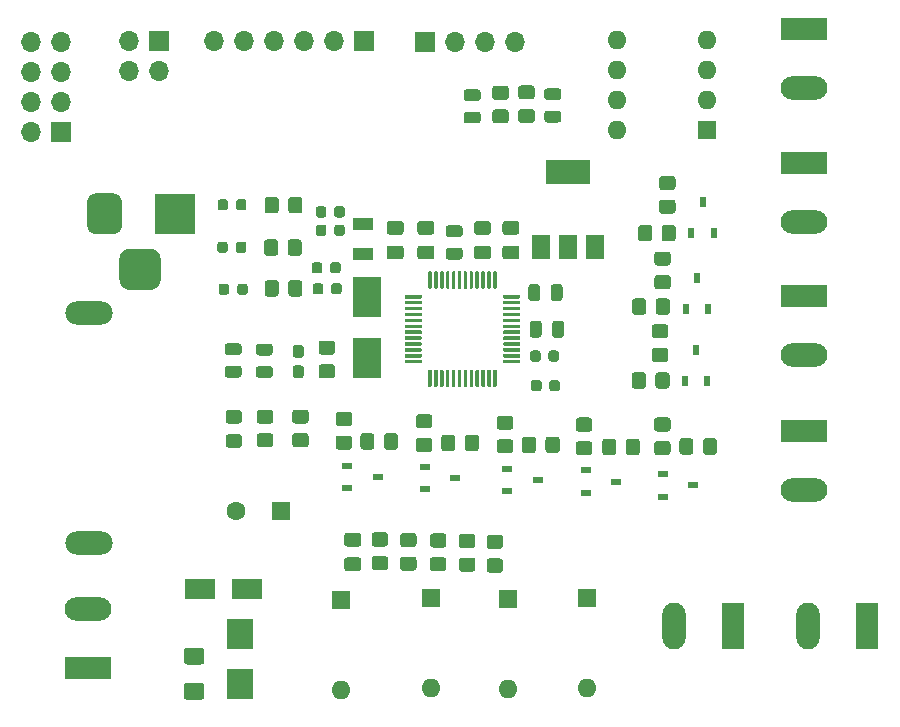
<source format=gbr>
%TF.GenerationSoftware,KiCad,Pcbnew,(5.1.10)-1*%
%TF.CreationDate,2022-05-16T19:26:02+08:00*%
%TF.ProjectId,lamp,6c616d70-2e6b-4696-9361-645f70636258,rev?*%
%TF.SameCoordinates,Original*%
%TF.FileFunction,Soldermask,Top*%
%TF.FilePolarity,Negative*%
%FSLAX46Y46*%
G04 Gerber Fmt 4.6, Leading zero omitted, Abs format (unit mm)*
G04 Created by KiCad (PCBNEW (5.1.10)-1) date 2022-05-16 19:26:02*
%MOMM*%
%LPD*%
G01*
G04 APERTURE LIST*
%ADD10R,2.300000X2.500000*%
%ADD11O,1.700000X1.700000*%
%ADD12R,1.700000X1.700000*%
%ADD13O,1.600000X1.600000*%
%ADD14R,1.600000X1.600000*%
%ADD15C,1.600000*%
%ADD16R,2.400000X3.500000*%
%ADD17R,1.800000X1.000000*%
%ADD18O,4.000000X2.000000*%
%ADD19R,2.500000X1.800000*%
%ADD20R,0.600000X0.900000*%
%ADD21R,0.900000X0.600000*%
%ADD22O,3.960000X1.980000*%
%ADD23R,3.960000X1.980000*%
%ADD24O,1.980000X3.960000*%
%ADD25R,1.980000X3.960000*%
%ADD26R,3.500000X3.500000*%
%ADD27R,1.500000X2.000000*%
%ADD28R,3.800000X2.000000*%
G04 APERTURE END LIST*
%TO.C,C10*%
G36*
G01*
X126436000Y-27478800D02*
X126436000Y-26978800D01*
G75*
G02*
X126661000Y-26753800I225000J0D01*
G01*
X127111000Y-26753800D01*
G75*
G02*
X127336000Y-26978800I0J-225000D01*
G01*
X127336000Y-27478800D01*
G75*
G02*
X127111000Y-27703800I-225000J0D01*
G01*
X126661000Y-27703800D01*
G75*
G02*
X126436000Y-27478800I0J225000D01*
G01*
G37*
G36*
G01*
X124886000Y-27478800D02*
X124886000Y-26978800D01*
G75*
G02*
X125111000Y-26753800I225000J0D01*
G01*
X125561000Y-26753800D01*
G75*
G02*
X125786000Y-26978800I0J-225000D01*
G01*
X125786000Y-27478800D01*
G75*
G02*
X125561000Y-27703800I-225000J0D01*
G01*
X125111000Y-27703800D01*
G75*
G02*
X124886000Y-27478800I0J225000D01*
G01*
G37*
%TD*%
%TO.C,C9*%
G36*
G01*
X126435700Y-25916700D02*
X126435700Y-25416700D01*
G75*
G02*
X126660700Y-25191700I225000J0D01*
G01*
X127110700Y-25191700D01*
G75*
G02*
X127335700Y-25416700I0J-225000D01*
G01*
X127335700Y-25916700D01*
G75*
G02*
X127110700Y-26141700I-225000J0D01*
G01*
X126660700Y-26141700D01*
G75*
G02*
X126435700Y-25916700I0J225000D01*
G01*
G37*
G36*
G01*
X124885700Y-25916700D02*
X124885700Y-25416700D01*
G75*
G02*
X125110700Y-25191700I225000J0D01*
G01*
X125560700Y-25191700D01*
G75*
G02*
X125785700Y-25416700I0J-225000D01*
G01*
X125785700Y-25916700D01*
G75*
G02*
X125560700Y-26141700I-225000J0D01*
G01*
X125110700Y-26141700D01*
G75*
G02*
X124885700Y-25916700I0J225000D01*
G01*
G37*
%TD*%
%TO.C,C8*%
G36*
G01*
X126093100Y-30653800D02*
X126093100Y-30153800D01*
G75*
G02*
X126318100Y-29928800I225000J0D01*
G01*
X126768100Y-29928800D01*
G75*
G02*
X126993100Y-30153800I0J-225000D01*
G01*
X126993100Y-30653800D01*
G75*
G02*
X126768100Y-30878800I-225000J0D01*
G01*
X126318100Y-30878800D01*
G75*
G02*
X126093100Y-30653800I0J225000D01*
G01*
G37*
G36*
G01*
X124543100Y-30653800D02*
X124543100Y-30153800D01*
G75*
G02*
X124768100Y-29928800I225000J0D01*
G01*
X125218100Y-29928800D01*
G75*
G02*
X125443100Y-30153800I0J-225000D01*
G01*
X125443100Y-30653800D01*
G75*
G02*
X125218100Y-30878800I-225000J0D01*
G01*
X124768100Y-30878800D01*
G75*
G02*
X124543100Y-30653800I0J225000D01*
G01*
G37*
%TD*%
%TO.C,C7*%
G36*
G01*
X126174999Y-32430000D02*
X126174999Y-31930000D01*
G75*
G02*
X126399999Y-31705000I225000J0D01*
G01*
X126849999Y-31705000D01*
G75*
G02*
X127074999Y-31930000I0J-225000D01*
G01*
X127074999Y-32430000D01*
G75*
G02*
X126849999Y-32655000I-225000J0D01*
G01*
X126399999Y-32655000D01*
G75*
G02*
X126174999Y-32430000I0J225000D01*
G01*
G37*
G36*
G01*
X124624999Y-32430000D02*
X124624999Y-31930000D01*
G75*
G02*
X124849999Y-31705000I225000J0D01*
G01*
X125299999Y-31705000D01*
G75*
G02*
X125524999Y-31930000I0J-225000D01*
G01*
X125524999Y-32430000D01*
G75*
G02*
X125299999Y-32655000I-225000J0D01*
G01*
X124849999Y-32655000D01*
G75*
G02*
X124624999Y-32430000I0J225000D01*
G01*
G37*
%TD*%
%TO.C,C100*%
G36*
G01*
X145419000Y-16201001D02*
X144469000Y-16201001D01*
G75*
G02*
X144219000Y-15951001I0J250000D01*
G01*
X144219000Y-15451001D01*
G75*
G02*
X144469000Y-15201001I250000J0D01*
G01*
X145419000Y-15201001D01*
G75*
G02*
X145669000Y-15451001I0J-250000D01*
G01*
X145669000Y-15951001D01*
G75*
G02*
X145419000Y-16201001I-250000J0D01*
G01*
G37*
G36*
G01*
X145419000Y-18101001D02*
X144469000Y-18101001D01*
G75*
G02*
X144219000Y-17851001I0J250000D01*
G01*
X144219000Y-17351001D01*
G75*
G02*
X144469000Y-17101001I250000J0D01*
G01*
X145419000Y-17101001D01*
G75*
G02*
X145669000Y-17351001I0J-250000D01*
G01*
X145669000Y-17851001D01*
G75*
G02*
X145419000Y-18101001I-250000J0D01*
G01*
G37*
%TD*%
%TO.C,R28*%
G36*
G01*
X140069999Y-16980000D02*
X140970001Y-16980000D01*
G75*
G02*
X141220000Y-17229999I0J-249999D01*
G01*
X141220000Y-17930001D01*
G75*
G02*
X140970001Y-18180000I-249999J0D01*
G01*
X140069999Y-18180000D01*
G75*
G02*
X139820000Y-17930001I0J249999D01*
G01*
X139820000Y-17229999D01*
G75*
G02*
X140069999Y-16980000I249999J0D01*
G01*
G37*
G36*
G01*
X140069999Y-14980000D02*
X140970001Y-14980000D01*
G75*
G02*
X141220000Y-15229999I0J-249999D01*
G01*
X141220000Y-15930001D01*
G75*
G02*
X140970001Y-16180000I-249999J0D01*
G01*
X140069999Y-16180000D01*
G75*
G02*
X139820000Y-15930001I0J249999D01*
G01*
X139820000Y-15229999D01*
G75*
G02*
X140069999Y-14980000I249999J0D01*
G01*
G37*
%TD*%
D10*
%TO.C,D1*%
X118475000Y-65675000D03*
X118475000Y-61375000D03*
%TD*%
D11*
%TO.C,J1*%
X100810000Y-11255000D03*
X103350000Y-11255000D03*
X100810000Y-13795000D03*
X103350000Y-13795000D03*
X100810000Y-16335000D03*
X103350000Y-16335000D03*
X100810000Y-18875000D03*
D12*
X103350000Y-18875000D03*
%TD*%
%TO.C,LD1*%
G36*
G01*
X118390001Y-43590000D02*
X117489999Y-43590000D01*
G75*
G02*
X117240000Y-43340001I0J249999D01*
G01*
X117240000Y-42689999D01*
G75*
G02*
X117489999Y-42440000I249999J0D01*
G01*
X118390001Y-42440000D01*
G75*
G02*
X118640000Y-42689999I0J-249999D01*
G01*
X118640000Y-43340001D01*
G75*
G02*
X118390001Y-43590000I-249999J0D01*
G01*
G37*
G36*
G01*
X118390001Y-45640000D02*
X117489999Y-45640000D01*
G75*
G02*
X117240000Y-45390001I0J249999D01*
G01*
X117240000Y-44739999D01*
G75*
G02*
X117489999Y-44490000I249999J0D01*
G01*
X118390001Y-44490000D01*
G75*
G02*
X118640000Y-44739999I0J-249999D01*
G01*
X118640000Y-45390001D01*
G75*
G02*
X118390001Y-45640000I-249999J0D01*
G01*
G37*
%TD*%
%TO.C,F1*%
G36*
G01*
X113950000Y-65537500D02*
X115200000Y-65537500D01*
G75*
G02*
X115450000Y-65787500I0J-250000D01*
G01*
X115450000Y-66712500D01*
G75*
G02*
X115200000Y-66962500I-250000J0D01*
G01*
X113950000Y-66962500D01*
G75*
G02*
X113700000Y-66712500I0J250000D01*
G01*
X113700000Y-65787500D01*
G75*
G02*
X113950000Y-65537500I250000J0D01*
G01*
G37*
G36*
G01*
X113950000Y-62562500D02*
X115200000Y-62562500D01*
G75*
G02*
X115450000Y-62812500I0J-250000D01*
G01*
X115450000Y-63737500D01*
G75*
G02*
X115200000Y-63987500I-250000J0D01*
G01*
X113950000Y-63987500D01*
G75*
G02*
X113700000Y-63737500I0J250000D01*
G01*
X113700000Y-62812500D01*
G75*
G02*
X113950000Y-62562500I250000J0D01*
G01*
G37*
%TD*%
D13*
%TO.C,U2*%
X150390000Y-18710000D03*
X158010000Y-11090000D03*
X150390000Y-16170000D03*
X158010000Y-13630000D03*
X150390000Y-13630000D03*
X158010000Y-16170000D03*
X150390000Y-11090000D03*
D14*
X158010000Y-18710000D03*
%TD*%
D15*
%TO.C,C15*%
X118140000Y-51000000D03*
D14*
X121940000Y-51000000D03*
%TD*%
D16*
%TO.C,Y1*%
X129260000Y-32840000D03*
X129260000Y-38040000D03*
%TD*%
D17*
%TO.C,Y2*%
X128870000Y-29230000D03*
X128870000Y-26730000D03*
%TD*%
%TO.C,R29*%
G36*
G01*
X142269999Y-16942500D02*
X143170001Y-16942500D01*
G75*
G02*
X143420000Y-17192499I0J-249999D01*
G01*
X143420000Y-17892501D01*
G75*
G02*
X143170001Y-18142500I-249999J0D01*
G01*
X142269999Y-18142500D01*
G75*
G02*
X142020000Y-17892501I0J249999D01*
G01*
X142020000Y-17192499D01*
G75*
G02*
X142269999Y-16942500I249999J0D01*
G01*
G37*
G36*
G01*
X142269999Y-14942500D02*
X143170001Y-14942500D01*
G75*
G02*
X143420000Y-15192499I0J-249999D01*
G01*
X143420000Y-15892501D01*
G75*
G02*
X143170001Y-16142500I-249999J0D01*
G01*
X142269999Y-16142500D01*
G75*
G02*
X142020000Y-15892501I0J249999D01*
G01*
X142020000Y-15192499D01*
G75*
G02*
X142269999Y-14942500I249999J0D01*
G01*
G37*
%TD*%
%TO.C,R27*%
G36*
G01*
X124030001Y-43600000D02*
X123129999Y-43600000D01*
G75*
G02*
X122880000Y-43350001I0J249999D01*
G01*
X122880000Y-42649999D01*
G75*
G02*
X123129999Y-42400000I249999J0D01*
G01*
X124030001Y-42400000D01*
G75*
G02*
X124280000Y-42649999I0J-249999D01*
G01*
X124280000Y-43350001D01*
G75*
G02*
X124030001Y-43600000I-249999J0D01*
G01*
G37*
G36*
G01*
X124030001Y-45600000D02*
X123129999Y-45600000D01*
G75*
G02*
X122880000Y-45350001I0J249999D01*
G01*
X122880000Y-44649999D01*
G75*
G02*
X123129999Y-44400000I249999J0D01*
G01*
X124030001Y-44400000D01*
G75*
G02*
X124280000Y-44649999I0J-249999D01*
G01*
X124280000Y-45350001D01*
G75*
G02*
X124030001Y-45600000I-249999J0D01*
G01*
G37*
%TD*%
%TO.C,R26*%
G36*
G01*
X121030001Y-43600000D02*
X120129999Y-43600000D01*
G75*
G02*
X119880000Y-43350001I0J249999D01*
G01*
X119880000Y-42649999D01*
G75*
G02*
X120129999Y-42400000I249999J0D01*
G01*
X121030001Y-42400000D01*
G75*
G02*
X121280000Y-42649999I0J-249999D01*
G01*
X121280000Y-43350001D01*
G75*
G02*
X121030001Y-43600000I-249999J0D01*
G01*
G37*
G36*
G01*
X121030001Y-45600000D02*
X120129999Y-45600000D01*
G75*
G02*
X119880000Y-45350001I0J249999D01*
G01*
X119880000Y-44649999D01*
G75*
G02*
X120129999Y-44400000I249999J0D01*
G01*
X121030001Y-44400000D01*
G75*
G02*
X121280000Y-44649999I0J-249999D01*
G01*
X121280000Y-45350001D01*
G75*
G02*
X121030001Y-45600000I-249999J0D01*
G01*
G37*
%TD*%
%TO.C,R25*%
G36*
G01*
X139589999Y-55010000D02*
X140490001Y-55010000D01*
G75*
G02*
X140740000Y-55259999I0J-249999D01*
G01*
X140740000Y-55960001D01*
G75*
G02*
X140490001Y-56210000I-249999J0D01*
G01*
X139589999Y-56210000D01*
G75*
G02*
X139340000Y-55960001I0J249999D01*
G01*
X139340000Y-55259999D01*
G75*
G02*
X139589999Y-55010000I249999J0D01*
G01*
G37*
G36*
G01*
X139589999Y-53010000D02*
X140490001Y-53010000D01*
G75*
G02*
X140740000Y-53259999I0J-249999D01*
G01*
X140740000Y-53960001D01*
G75*
G02*
X140490001Y-54210000I-249999J0D01*
G01*
X139589999Y-54210000D01*
G75*
G02*
X139340000Y-53960001I0J249999D01*
G01*
X139340000Y-53259999D01*
G75*
G02*
X139589999Y-53010000I249999J0D01*
G01*
G37*
%TD*%
%TO.C,R24*%
G36*
G01*
X137249999Y-54930000D02*
X138150001Y-54930000D01*
G75*
G02*
X138400000Y-55179999I0J-249999D01*
G01*
X138400000Y-55880001D01*
G75*
G02*
X138150001Y-56130000I-249999J0D01*
G01*
X137249999Y-56130000D01*
G75*
G02*
X137000000Y-55880001I0J249999D01*
G01*
X137000000Y-55179999D01*
G75*
G02*
X137249999Y-54930000I249999J0D01*
G01*
G37*
G36*
G01*
X137249999Y-52930000D02*
X138150001Y-52930000D01*
G75*
G02*
X138400000Y-53179999I0J-249999D01*
G01*
X138400000Y-53880001D01*
G75*
G02*
X138150001Y-54130000I-249999J0D01*
G01*
X137249999Y-54130000D01*
G75*
G02*
X137000000Y-53880001I0J249999D01*
G01*
X137000000Y-53179999D01*
G75*
G02*
X137249999Y-52930000I249999J0D01*
G01*
G37*
%TD*%
%TO.C,R23*%
G36*
G01*
X134789999Y-54890000D02*
X135690001Y-54890000D01*
G75*
G02*
X135940000Y-55139999I0J-249999D01*
G01*
X135940000Y-55840001D01*
G75*
G02*
X135690001Y-56090000I-249999J0D01*
G01*
X134789999Y-56090000D01*
G75*
G02*
X134540000Y-55840001I0J249999D01*
G01*
X134540000Y-55139999D01*
G75*
G02*
X134789999Y-54890000I249999J0D01*
G01*
G37*
G36*
G01*
X134789999Y-52890000D02*
X135690001Y-52890000D01*
G75*
G02*
X135940000Y-53139999I0J-249999D01*
G01*
X135940000Y-53840001D01*
G75*
G02*
X135690001Y-54090000I-249999J0D01*
G01*
X134789999Y-54090000D01*
G75*
G02*
X134540000Y-53840001I0J249999D01*
G01*
X134540000Y-53139999D01*
G75*
G02*
X134789999Y-52890000I249999J0D01*
G01*
G37*
%TD*%
%TO.C,R22*%
G36*
G01*
X155090001Y-23830000D02*
X154189999Y-23830000D01*
G75*
G02*
X153940000Y-23580001I0J249999D01*
G01*
X153940000Y-22879999D01*
G75*
G02*
X154189999Y-22630000I249999J0D01*
G01*
X155090001Y-22630000D01*
G75*
G02*
X155340000Y-22879999I0J-249999D01*
G01*
X155340000Y-23580001D01*
G75*
G02*
X155090001Y-23830000I-249999J0D01*
G01*
G37*
G36*
G01*
X155090001Y-25830000D02*
X154189999Y-25830000D01*
G75*
G02*
X153940000Y-25580001I0J249999D01*
G01*
X153940000Y-24879999D01*
G75*
G02*
X154189999Y-24630000I249999J0D01*
G01*
X155090001Y-24630000D01*
G75*
G02*
X155340000Y-24879999I0J-249999D01*
G01*
X155340000Y-25580001D01*
G75*
G02*
X155090001Y-25830000I-249999J0D01*
G01*
G37*
%TD*%
%TO.C,R21*%
G36*
G01*
X154690001Y-30220000D02*
X153789999Y-30220000D01*
G75*
G02*
X153540000Y-29970001I0J249999D01*
G01*
X153540000Y-29269999D01*
G75*
G02*
X153789999Y-29020000I249999J0D01*
G01*
X154690001Y-29020000D01*
G75*
G02*
X154940000Y-29269999I0J-249999D01*
G01*
X154940000Y-29970001D01*
G75*
G02*
X154690001Y-30220000I-249999J0D01*
G01*
G37*
G36*
G01*
X154690001Y-32220000D02*
X153789999Y-32220000D01*
G75*
G02*
X153540000Y-31970001I0J249999D01*
G01*
X153540000Y-31269999D01*
G75*
G02*
X153789999Y-31020000I249999J0D01*
G01*
X154690001Y-31020000D01*
G75*
G02*
X154940000Y-31269999I0J-249999D01*
G01*
X154940000Y-31970001D01*
G75*
G02*
X154690001Y-32220000I-249999J0D01*
G01*
G37*
%TD*%
%TO.C,R20*%
G36*
G01*
X154480001Y-36380000D02*
X153579999Y-36380000D01*
G75*
G02*
X153330000Y-36130001I0J249999D01*
G01*
X153330000Y-35429999D01*
G75*
G02*
X153579999Y-35180000I249999J0D01*
G01*
X154480001Y-35180000D01*
G75*
G02*
X154730000Y-35429999I0J-249999D01*
G01*
X154730000Y-36130001D01*
G75*
G02*
X154480001Y-36380000I-249999J0D01*
G01*
G37*
G36*
G01*
X154480001Y-38380000D02*
X153579999Y-38380000D01*
G75*
G02*
X153330000Y-38130001I0J249999D01*
G01*
X153330000Y-37429999D01*
G75*
G02*
X153579999Y-37180000I249999J0D01*
G01*
X154480001Y-37180000D01*
G75*
G02*
X154730000Y-37429999I0J-249999D01*
G01*
X154730000Y-38130001D01*
G75*
G02*
X154480001Y-38380000I-249999J0D01*
G01*
G37*
%TD*%
%TO.C,R19*%
G36*
G01*
X157660000Y-45970001D02*
X157660000Y-45069999D01*
G75*
G02*
X157909999Y-44820000I249999J0D01*
G01*
X158610001Y-44820000D01*
G75*
G02*
X158860000Y-45069999I0J-249999D01*
G01*
X158860000Y-45970001D01*
G75*
G02*
X158610001Y-46220000I-249999J0D01*
G01*
X157909999Y-46220000D01*
G75*
G02*
X157660000Y-45970001I0J249999D01*
G01*
G37*
G36*
G01*
X155660000Y-45970001D02*
X155660000Y-45069999D01*
G75*
G02*
X155909999Y-44820000I249999J0D01*
G01*
X156610001Y-44820000D01*
G75*
G02*
X156860000Y-45069999I0J-249999D01*
G01*
X156860000Y-45970001D01*
G75*
G02*
X156610001Y-46220000I-249999J0D01*
G01*
X155909999Y-46220000D01*
G75*
G02*
X155660000Y-45970001I0J249999D01*
G01*
G37*
%TD*%
%TO.C,R18*%
G36*
G01*
X151120000Y-46020001D02*
X151120000Y-45119999D01*
G75*
G02*
X151369999Y-44870000I249999J0D01*
G01*
X152070001Y-44870000D01*
G75*
G02*
X152320000Y-45119999I0J-249999D01*
G01*
X152320000Y-46020001D01*
G75*
G02*
X152070001Y-46270000I-249999J0D01*
G01*
X151369999Y-46270000D01*
G75*
G02*
X151120000Y-46020001I0J249999D01*
G01*
G37*
G36*
G01*
X149120000Y-46020001D02*
X149120000Y-45119999D01*
G75*
G02*
X149369999Y-44870000I249999J0D01*
G01*
X150070001Y-44870000D01*
G75*
G02*
X150320000Y-45119999I0J-249999D01*
G01*
X150320000Y-46020001D01*
G75*
G02*
X150070001Y-46270000I-249999J0D01*
G01*
X149369999Y-46270000D01*
G75*
G02*
X149120000Y-46020001I0J249999D01*
G01*
G37*
%TD*%
%TO.C,R17*%
G36*
G01*
X144330000Y-45840001D02*
X144330000Y-44939999D01*
G75*
G02*
X144579999Y-44690000I249999J0D01*
G01*
X145280001Y-44690000D01*
G75*
G02*
X145530000Y-44939999I0J-249999D01*
G01*
X145530000Y-45840001D01*
G75*
G02*
X145280001Y-46090000I-249999J0D01*
G01*
X144579999Y-46090000D01*
G75*
G02*
X144330000Y-45840001I0J249999D01*
G01*
G37*
G36*
G01*
X142330000Y-45840001D02*
X142330000Y-44939999D01*
G75*
G02*
X142579999Y-44690000I249999J0D01*
G01*
X143280001Y-44690000D01*
G75*
G02*
X143530000Y-44939999I0J-249999D01*
G01*
X143530000Y-45840001D01*
G75*
G02*
X143280001Y-46090000I-249999J0D01*
G01*
X142579999Y-46090000D01*
G75*
G02*
X142330000Y-45840001I0J249999D01*
G01*
G37*
%TD*%
%TO.C,R16*%
G36*
G01*
X137500000Y-45680001D02*
X137500000Y-44779999D01*
G75*
G02*
X137749999Y-44530000I249999J0D01*
G01*
X138450001Y-44530000D01*
G75*
G02*
X138700000Y-44779999I0J-249999D01*
G01*
X138700000Y-45680001D01*
G75*
G02*
X138450001Y-45930000I-249999J0D01*
G01*
X137749999Y-45930000D01*
G75*
G02*
X137500000Y-45680001I0J249999D01*
G01*
G37*
G36*
G01*
X135500000Y-45680001D02*
X135500000Y-44779999D01*
G75*
G02*
X135749999Y-44530000I249999J0D01*
G01*
X136450001Y-44530000D01*
G75*
G02*
X136700000Y-44779999I0J-249999D01*
G01*
X136700000Y-45680001D01*
G75*
G02*
X136450001Y-45930000I-249999J0D01*
G01*
X135749999Y-45930000D01*
G75*
G02*
X135500000Y-45680001I0J249999D01*
G01*
G37*
%TD*%
%TO.C,R15*%
G36*
G01*
X130650000Y-45550001D02*
X130650000Y-44649999D01*
G75*
G02*
X130899999Y-44400000I249999J0D01*
G01*
X131600001Y-44400000D01*
G75*
G02*
X131850000Y-44649999I0J-249999D01*
G01*
X131850000Y-45550001D01*
G75*
G02*
X131600001Y-45800000I-249999J0D01*
G01*
X130899999Y-45800000D01*
G75*
G02*
X130650000Y-45550001I0J249999D01*
G01*
G37*
G36*
G01*
X128650000Y-45550001D02*
X128650000Y-44649999D01*
G75*
G02*
X128899999Y-44400000I249999J0D01*
G01*
X129600001Y-44400000D01*
G75*
G02*
X129850000Y-44649999I0J-249999D01*
G01*
X129850000Y-45550001D01*
G75*
G02*
X129600001Y-45800000I-249999J0D01*
G01*
X128899999Y-45800000D01*
G75*
G02*
X128650000Y-45550001I0J249999D01*
G01*
G37*
%TD*%
%TO.C,R14*%
G36*
G01*
X154160000Y-27920001D02*
X154160000Y-27019999D01*
G75*
G02*
X154409999Y-26770000I249999J0D01*
G01*
X155110001Y-26770000D01*
G75*
G02*
X155360000Y-27019999I0J-249999D01*
G01*
X155360000Y-27920001D01*
G75*
G02*
X155110001Y-28170000I-249999J0D01*
G01*
X154409999Y-28170000D01*
G75*
G02*
X154160000Y-27920001I0J249999D01*
G01*
G37*
G36*
G01*
X152160000Y-27920001D02*
X152160000Y-27019999D01*
G75*
G02*
X152409999Y-26770000I249999J0D01*
G01*
X153110001Y-26770000D01*
G75*
G02*
X153360000Y-27019999I0J-249999D01*
G01*
X153360000Y-27920001D01*
G75*
G02*
X153110001Y-28170000I-249999J0D01*
G01*
X152409999Y-28170000D01*
G75*
G02*
X152160000Y-27920001I0J249999D01*
G01*
G37*
%TD*%
%TO.C,R13*%
G36*
G01*
X153660000Y-34140001D02*
X153660000Y-33239999D01*
G75*
G02*
X153909999Y-32990000I249999J0D01*
G01*
X154610001Y-32990000D01*
G75*
G02*
X154860000Y-33239999I0J-249999D01*
G01*
X154860000Y-34140001D01*
G75*
G02*
X154610001Y-34390000I-249999J0D01*
G01*
X153909999Y-34390000D01*
G75*
G02*
X153660000Y-34140001I0J249999D01*
G01*
G37*
G36*
G01*
X151660000Y-34140001D02*
X151660000Y-33239999D01*
G75*
G02*
X151909999Y-32990000I249999J0D01*
G01*
X152610001Y-32990000D01*
G75*
G02*
X152860000Y-33239999I0J-249999D01*
G01*
X152860000Y-34140001D01*
G75*
G02*
X152610001Y-34390000I-249999J0D01*
G01*
X151909999Y-34390000D01*
G75*
G02*
X151660000Y-34140001I0J249999D01*
G01*
G37*
%TD*%
%TO.C,R12*%
G36*
G01*
X153630000Y-40390001D02*
X153630000Y-39489999D01*
G75*
G02*
X153879999Y-39240000I249999J0D01*
G01*
X154580001Y-39240000D01*
G75*
G02*
X154830000Y-39489999I0J-249999D01*
G01*
X154830000Y-40390001D01*
G75*
G02*
X154580001Y-40640000I-249999J0D01*
G01*
X153879999Y-40640000D01*
G75*
G02*
X153630000Y-40390001I0J249999D01*
G01*
G37*
G36*
G01*
X151630000Y-40390001D02*
X151630000Y-39489999D01*
G75*
G02*
X151879999Y-39240000I249999J0D01*
G01*
X152580001Y-39240000D01*
G75*
G02*
X152830000Y-39489999I0J-249999D01*
G01*
X152830000Y-40390001D01*
G75*
G02*
X152580001Y-40640000I-249999J0D01*
G01*
X151879999Y-40640000D01*
G75*
G02*
X151630000Y-40390001I0J249999D01*
G01*
G37*
%TD*%
%TO.C,R11*%
G36*
G01*
X153769999Y-45060000D02*
X154670001Y-45060000D01*
G75*
G02*
X154920000Y-45309999I0J-249999D01*
G01*
X154920000Y-46010001D01*
G75*
G02*
X154670001Y-46260000I-249999J0D01*
G01*
X153769999Y-46260000D01*
G75*
G02*
X153520000Y-46010001I0J249999D01*
G01*
X153520000Y-45309999D01*
G75*
G02*
X153769999Y-45060000I249999J0D01*
G01*
G37*
G36*
G01*
X153769999Y-43060000D02*
X154670001Y-43060000D01*
G75*
G02*
X154920000Y-43309999I0J-249999D01*
G01*
X154920000Y-44010001D01*
G75*
G02*
X154670001Y-44260000I-249999J0D01*
G01*
X153769999Y-44260000D01*
G75*
G02*
X153520000Y-44010001I0J249999D01*
G01*
X153520000Y-43309999D01*
G75*
G02*
X153769999Y-43060000I249999J0D01*
G01*
G37*
%TD*%
%TO.C,R10*%
G36*
G01*
X147139999Y-45070000D02*
X148040001Y-45070000D01*
G75*
G02*
X148290000Y-45319999I0J-249999D01*
G01*
X148290000Y-46020001D01*
G75*
G02*
X148040001Y-46270000I-249999J0D01*
G01*
X147139999Y-46270000D01*
G75*
G02*
X146890000Y-46020001I0J249999D01*
G01*
X146890000Y-45319999D01*
G75*
G02*
X147139999Y-45070000I249999J0D01*
G01*
G37*
G36*
G01*
X147139999Y-43070000D02*
X148040001Y-43070000D01*
G75*
G02*
X148290000Y-43319999I0J-249999D01*
G01*
X148290000Y-44020001D01*
G75*
G02*
X148040001Y-44270000I-249999J0D01*
G01*
X147139999Y-44270000D01*
G75*
G02*
X146890000Y-44020001I0J249999D01*
G01*
X146890000Y-43319999D01*
G75*
G02*
X147139999Y-43070000I249999J0D01*
G01*
G37*
%TD*%
%TO.C,R9*%
G36*
G01*
X140449999Y-44910000D02*
X141350001Y-44910000D01*
G75*
G02*
X141600000Y-45159999I0J-249999D01*
G01*
X141600000Y-45860001D01*
G75*
G02*
X141350001Y-46110000I-249999J0D01*
G01*
X140449999Y-46110000D01*
G75*
G02*
X140200000Y-45860001I0J249999D01*
G01*
X140200000Y-45159999D01*
G75*
G02*
X140449999Y-44910000I249999J0D01*
G01*
G37*
G36*
G01*
X140449999Y-42910000D02*
X141350001Y-42910000D01*
G75*
G02*
X141600000Y-43159999I0J-249999D01*
G01*
X141600000Y-43860001D01*
G75*
G02*
X141350001Y-44110000I-249999J0D01*
G01*
X140449999Y-44110000D01*
G75*
G02*
X140200000Y-43860001I0J249999D01*
G01*
X140200000Y-43159999D01*
G75*
G02*
X140449999Y-42910000I249999J0D01*
G01*
G37*
%TD*%
%TO.C,R8*%
G36*
G01*
X133599999Y-44800000D02*
X134500001Y-44800000D01*
G75*
G02*
X134750000Y-45049999I0J-249999D01*
G01*
X134750000Y-45750001D01*
G75*
G02*
X134500001Y-46000000I-249999J0D01*
G01*
X133599999Y-46000000D01*
G75*
G02*
X133350000Y-45750001I0J249999D01*
G01*
X133350000Y-45049999D01*
G75*
G02*
X133599999Y-44800000I249999J0D01*
G01*
G37*
G36*
G01*
X133599999Y-42800000D02*
X134500001Y-42800000D01*
G75*
G02*
X134750000Y-43049999I0J-249999D01*
G01*
X134750000Y-43750001D01*
G75*
G02*
X134500001Y-44000000I-249999J0D01*
G01*
X133599999Y-44000000D01*
G75*
G02*
X133350000Y-43750001I0J249999D01*
G01*
X133350000Y-43049999D01*
G75*
G02*
X133599999Y-42800000I249999J0D01*
G01*
G37*
%TD*%
%TO.C,R7*%
G36*
G01*
X126809999Y-44600000D02*
X127710001Y-44600000D01*
G75*
G02*
X127960000Y-44849999I0J-249999D01*
G01*
X127960000Y-45550001D01*
G75*
G02*
X127710001Y-45800000I-249999J0D01*
G01*
X126809999Y-45800000D01*
G75*
G02*
X126560000Y-45550001I0J249999D01*
G01*
X126560000Y-44849999D01*
G75*
G02*
X126809999Y-44600000I249999J0D01*
G01*
G37*
G36*
G01*
X126809999Y-42600000D02*
X127710001Y-42600000D01*
G75*
G02*
X127960000Y-42849999I0J-249999D01*
G01*
X127960000Y-43550001D01*
G75*
G02*
X127710001Y-43800000I-249999J0D01*
G01*
X126809999Y-43800000D01*
G75*
G02*
X126560000Y-43550001I0J249999D01*
G01*
X126560000Y-42849999D01*
G75*
G02*
X126809999Y-42600000I249999J0D01*
G01*
G37*
%TD*%
%TO.C,R6*%
G36*
G01*
X121750000Y-31689999D02*
X121750000Y-32590001D01*
G75*
G02*
X121500001Y-32840000I-249999J0D01*
G01*
X120799999Y-32840000D01*
G75*
G02*
X120550000Y-32590001I0J249999D01*
G01*
X120550000Y-31689999D01*
G75*
G02*
X120799999Y-31440000I249999J0D01*
G01*
X121500001Y-31440000D01*
G75*
G02*
X121750000Y-31689999I0J-249999D01*
G01*
G37*
G36*
G01*
X123750000Y-31689999D02*
X123750000Y-32590001D01*
G75*
G02*
X123500001Y-32840000I-249999J0D01*
G01*
X122799999Y-32840000D01*
G75*
G02*
X122550000Y-32590001I0J249999D01*
G01*
X122550000Y-31689999D01*
G75*
G02*
X122799999Y-31440000I249999J0D01*
G01*
X123500001Y-31440000D01*
G75*
G02*
X123750000Y-31689999I0J-249999D01*
G01*
G37*
%TD*%
%TO.C,R5*%
G36*
G01*
X121700000Y-28239999D02*
X121700000Y-29140001D01*
G75*
G02*
X121450001Y-29390000I-249999J0D01*
G01*
X120749999Y-29390000D01*
G75*
G02*
X120500000Y-29140001I0J249999D01*
G01*
X120500000Y-28239999D01*
G75*
G02*
X120749999Y-27990000I249999J0D01*
G01*
X121450001Y-27990000D01*
G75*
G02*
X121700000Y-28239999I0J-249999D01*
G01*
G37*
G36*
G01*
X123700000Y-28239999D02*
X123700000Y-29140001D01*
G75*
G02*
X123450001Y-29390000I-249999J0D01*
G01*
X122749999Y-29390000D01*
G75*
G02*
X122500000Y-29140001I0J249999D01*
G01*
X122500000Y-28239999D01*
G75*
G02*
X122749999Y-27990000I249999J0D01*
G01*
X123450001Y-27990000D01*
G75*
G02*
X123700000Y-28239999I0J-249999D01*
G01*
G37*
%TD*%
%TO.C,R4*%
G36*
G01*
X121750000Y-24639999D02*
X121750000Y-25540001D01*
G75*
G02*
X121500001Y-25790000I-249999J0D01*
G01*
X120799999Y-25790000D01*
G75*
G02*
X120550000Y-25540001I0J249999D01*
G01*
X120550000Y-24639999D01*
G75*
G02*
X120799999Y-24390000I249999J0D01*
G01*
X121500001Y-24390000D01*
G75*
G02*
X121750000Y-24639999I0J-249999D01*
G01*
G37*
G36*
G01*
X123750000Y-24639999D02*
X123750000Y-25540001D01*
G75*
G02*
X123500001Y-25790000I-249999J0D01*
G01*
X122799999Y-25790000D01*
G75*
G02*
X122550000Y-25540001I0J249999D01*
G01*
X122550000Y-24639999D01*
G75*
G02*
X122799999Y-24390000I249999J0D01*
G01*
X123500001Y-24390000D01*
G75*
G02*
X123750000Y-24639999I0J-249999D01*
G01*
G37*
%TD*%
%TO.C,R3*%
G36*
G01*
X126270001Y-37760000D02*
X125369999Y-37760000D01*
G75*
G02*
X125120000Y-37510001I0J249999D01*
G01*
X125120000Y-36809999D01*
G75*
G02*
X125369999Y-36560000I249999J0D01*
G01*
X126270001Y-36560000D01*
G75*
G02*
X126520000Y-36809999I0J-249999D01*
G01*
X126520000Y-37510001D01*
G75*
G02*
X126270001Y-37760000I-249999J0D01*
G01*
G37*
G36*
G01*
X126270001Y-39760000D02*
X125369999Y-39760000D01*
G75*
G02*
X125120000Y-39510001I0J249999D01*
G01*
X125120000Y-38809999D01*
G75*
G02*
X125369999Y-38560000I249999J0D01*
G01*
X126270001Y-38560000D01*
G75*
G02*
X126520000Y-38809999I0J-249999D01*
G01*
X126520000Y-39510001D01*
G75*
G02*
X126270001Y-39760000I-249999J0D01*
G01*
G37*
%TD*%
D18*
%TO.C,SW1*%
X105650000Y-53700000D03*
X105650000Y-34200000D03*
%TD*%
%TO.C,U1*%
G36*
G01*
X134400000Y-32100000D02*
X134400000Y-30775000D01*
G75*
G02*
X134475000Y-30700000I75000J0D01*
G01*
X134625000Y-30700000D01*
G75*
G02*
X134700000Y-30775000I0J-75000D01*
G01*
X134700000Y-32100000D01*
G75*
G02*
X134625000Y-32175000I-75000J0D01*
G01*
X134475000Y-32175000D01*
G75*
G02*
X134400000Y-32100000I0J75000D01*
G01*
G37*
G36*
G01*
X134900000Y-32100000D02*
X134900000Y-30775000D01*
G75*
G02*
X134975000Y-30700000I75000J0D01*
G01*
X135125000Y-30700000D01*
G75*
G02*
X135200000Y-30775000I0J-75000D01*
G01*
X135200000Y-32100000D01*
G75*
G02*
X135125000Y-32175000I-75000J0D01*
G01*
X134975000Y-32175000D01*
G75*
G02*
X134900000Y-32100000I0J75000D01*
G01*
G37*
G36*
G01*
X135400000Y-32100000D02*
X135400000Y-30775000D01*
G75*
G02*
X135475000Y-30700000I75000J0D01*
G01*
X135625000Y-30700000D01*
G75*
G02*
X135700000Y-30775000I0J-75000D01*
G01*
X135700000Y-32100000D01*
G75*
G02*
X135625000Y-32175000I-75000J0D01*
G01*
X135475000Y-32175000D01*
G75*
G02*
X135400000Y-32100000I0J75000D01*
G01*
G37*
G36*
G01*
X135900000Y-32100000D02*
X135900000Y-30775000D01*
G75*
G02*
X135975000Y-30700000I75000J0D01*
G01*
X136125000Y-30700000D01*
G75*
G02*
X136200000Y-30775000I0J-75000D01*
G01*
X136200000Y-32100000D01*
G75*
G02*
X136125000Y-32175000I-75000J0D01*
G01*
X135975000Y-32175000D01*
G75*
G02*
X135900000Y-32100000I0J75000D01*
G01*
G37*
G36*
G01*
X136400000Y-32100000D02*
X136400000Y-30775000D01*
G75*
G02*
X136475000Y-30700000I75000J0D01*
G01*
X136625000Y-30700000D01*
G75*
G02*
X136700000Y-30775000I0J-75000D01*
G01*
X136700000Y-32100000D01*
G75*
G02*
X136625000Y-32175000I-75000J0D01*
G01*
X136475000Y-32175000D01*
G75*
G02*
X136400000Y-32100000I0J75000D01*
G01*
G37*
G36*
G01*
X136900000Y-32100000D02*
X136900000Y-30775000D01*
G75*
G02*
X136975000Y-30700000I75000J0D01*
G01*
X137125000Y-30700000D01*
G75*
G02*
X137200000Y-30775000I0J-75000D01*
G01*
X137200000Y-32100000D01*
G75*
G02*
X137125000Y-32175000I-75000J0D01*
G01*
X136975000Y-32175000D01*
G75*
G02*
X136900000Y-32100000I0J75000D01*
G01*
G37*
G36*
G01*
X137400000Y-32100000D02*
X137400000Y-30775000D01*
G75*
G02*
X137475000Y-30700000I75000J0D01*
G01*
X137625000Y-30700000D01*
G75*
G02*
X137700000Y-30775000I0J-75000D01*
G01*
X137700000Y-32100000D01*
G75*
G02*
X137625000Y-32175000I-75000J0D01*
G01*
X137475000Y-32175000D01*
G75*
G02*
X137400000Y-32100000I0J75000D01*
G01*
G37*
G36*
G01*
X137900000Y-32100000D02*
X137900000Y-30775000D01*
G75*
G02*
X137975000Y-30700000I75000J0D01*
G01*
X138125000Y-30700000D01*
G75*
G02*
X138200000Y-30775000I0J-75000D01*
G01*
X138200000Y-32100000D01*
G75*
G02*
X138125000Y-32175000I-75000J0D01*
G01*
X137975000Y-32175000D01*
G75*
G02*
X137900000Y-32100000I0J75000D01*
G01*
G37*
G36*
G01*
X138400000Y-32100000D02*
X138400000Y-30775000D01*
G75*
G02*
X138475000Y-30700000I75000J0D01*
G01*
X138625000Y-30700000D01*
G75*
G02*
X138700000Y-30775000I0J-75000D01*
G01*
X138700000Y-32100000D01*
G75*
G02*
X138625000Y-32175000I-75000J0D01*
G01*
X138475000Y-32175000D01*
G75*
G02*
X138400000Y-32100000I0J75000D01*
G01*
G37*
G36*
G01*
X138900000Y-32100000D02*
X138900000Y-30775000D01*
G75*
G02*
X138975000Y-30700000I75000J0D01*
G01*
X139125000Y-30700000D01*
G75*
G02*
X139200000Y-30775000I0J-75000D01*
G01*
X139200000Y-32100000D01*
G75*
G02*
X139125000Y-32175000I-75000J0D01*
G01*
X138975000Y-32175000D01*
G75*
G02*
X138900000Y-32100000I0J75000D01*
G01*
G37*
G36*
G01*
X139400000Y-32100000D02*
X139400000Y-30775000D01*
G75*
G02*
X139475000Y-30700000I75000J0D01*
G01*
X139625000Y-30700000D01*
G75*
G02*
X139700000Y-30775000I0J-75000D01*
G01*
X139700000Y-32100000D01*
G75*
G02*
X139625000Y-32175000I-75000J0D01*
G01*
X139475000Y-32175000D01*
G75*
G02*
X139400000Y-32100000I0J75000D01*
G01*
G37*
G36*
G01*
X139900000Y-32100000D02*
X139900000Y-30775000D01*
G75*
G02*
X139975000Y-30700000I75000J0D01*
G01*
X140125000Y-30700000D01*
G75*
G02*
X140200000Y-30775000I0J-75000D01*
G01*
X140200000Y-32100000D01*
G75*
G02*
X140125000Y-32175000I-75000J0D01*
G01*
X139975000Y-32175000D01*
G75*
G02*
X139900000Y-32100000I0J75000D01*
G01*
G37*
G36*
G01*
X140725000Y-32925000D02*
X140725000Y-32775000D01*
G75*
G02*
X140800000Y-32700000I75000J0D01*
G01*
X142125000Y-32700000D01*
G75*
G02*
X142200000Y-32775000I0J-75000D01*
G01*
X142200000Y-32925000D01*
G75*
G02*
X142125000Y-33000000I-75000J0D01*
G01*
X140800000Y-33000000D01*
G75*
G02*
X140725000Y-32925000I0J75000D01*
G01*
G37*
G36*
G01*
X140725000Y-33425000D02*
X140725000Y-33275000D01*
G75*
G02*
X140800000Y-33200000I75000J0D01*
G01*
X142125000Y-33200000D01*
G75*
G02*
X142200000Y-33275000I0J-75000D01*
G01*
X142200000Y-33425000D01*
G75*
G02*
X142125000Y-33500000I-75000J0D01*
G01*
X140800000Y-33500000D01*
G75*
G02*
X140725000Y-33425000I0J75000D01*
G01*
G37*
G36*
G01*
X140725000Y-33925000D02*
X140725000Y-33775000D01*
G75*
G02*
X140800000Y-33700000I75000J0D01*
G01*
X142125000Y-33700000D01*
G75*
G02*
X142200000Y-33775000I0J-75000D01*
G01*
X142200000Y-33925000D01*
G75*
G02*
X142125000Y-34000000I-75000J0D01*
G01*
X140800000Y-34000000D01*
G75*
G02*
X140725000Y-33925000I0J75000D01*
G01*
G37*
G36*
G01*
X140725000Y-34425000D02*
X140725000Y-34275000D01*
G75*
G02*
X140800000Y-34200000I75000J0D01*
G01*
X142125000Y-34200000D01*
G75*
G02*
X142200000Y-34275000I0J-75000D01*
G01*
X142200000Y-34425000D01*
G75*
G02*
X142125000Y-34500000I-75000J0D01*
G01*
X140800000Y-34500000D01*
G75*
G02*
X140725000Y-34425000I0J75000D01*
G01*
G37*
G36*
G01*
X140725000Y-34925000D02*
X140725000Y-34775000D01*
G75*
G02*
X140800000Y-34700000I75000J0D01*
G01*
X142125000Y-34700000D01*
G75*
G02*
X142200000Y-34775000I0J-75000D01*
G01*
X142200000Y-34925000D01*
G75*
G02*
X142125000Y-35000000I-75000J0D01*
G01*
X140800000Y-35000000D01*
G75*
G02*
X140725000Y-34925000I0J75000D01*
G01*
G37*
G36*
G01*
X140725000Y-35425000D02*
X140725000Y-35275000D01*
G75*
G02*
X140800000Y-35200000I75000J0D01*
G01*
X142125000Y-35200000D01*
G75*
G02*
X142200000Y-35275000I0J-75000D01*
G01*
X142200000Y-35425000D01*
G75*
G02*
X142125000Y-35500000I-75000J0D01*
G01*
X140800000Y-35500000D01*
G75*
G02*
X140725000Y-35425000I0J75000D01*
G01*
G37*
G36*
G01*
X140725000Y-35925000D02*
X140725000Y-35775000D01*
G75*
G02*
X140800000Y-35700000I75000J0D01*
G01*
X142125000Y-35700000D01*
G75*
G02*
X142200000Y-35775000I0J-75000D01*
G01*
X142200000Y-35925000D01*
G75*
G02*
X142125000Y-36000000I-75000J0D01*
G01*
X140800000Y-36000000D01*
G75*
G02*
X140725000Y-35925000I0J75000D01*
G01*
G37*
G36*
G01*
X140725000Y-36425000D02*
X140725000Y-36275000D01*
G75*
G02*
X140800000Y-36200000I75000J0D01*
G01*
X142125000Y-36200000D01*
G75*
G02*
X142200000Y-36275000I0J-75000D01*
G01*
X142200000Y-36425000D01*
G75*
G02*
X142125000Y-36500000I-75000J0D01*
G01*
X140800000Y-36500000D01*
G75*
G02*
X140725000Y-36425000I0J75000D01*
G01*
G37*
G36*
G01*
X140725000Y-36925000D02*
X140725000Y-36775000D01*
G75*
G02*
X140800000Y-36700000I75000J0D01*
G01*
X142125000Y-36700000D01*
G75*
G02*
X142200000Y-36775000I0J-75000D01*
G01*
X142200000Y-36925000D01*
G75*
G02*
X142125000Y-37000000I-75000J0D01*
G01*
X140800000Y-37000000D01*
G75*
G02*
X140725000Y-36925000I0J75000D01*
G01*
G37*
G36*
G01*
X140725000Y-37425000D02*
X140725000Y-37275000D01*
G75*
G02*
X140800000Y-37200000I75000J0D01*
G01*
X142125000Y-37200000D01*
G75*
G02*
X142200000Y-37275000I0J-75000D01*
G01*
X142200000Y-37425000D01*
G75*
G02*
X142125000Y-37500000I-75000J0D01*
G01*
X140800000Y-37500000D01*
G75*
G02*
X140725000Y-37425000I0J75000D01*
G01*
G37*
G36*
G01*
X140725000Y-37925000D02*
X140725000Y-37775000D01*
G75*
G02*
X140800000Y-37700000I75000J0D01*
G01*
X142125000Y-37700000D01*
G75*
G02*
X142200000Y-37775000I0J-75000D01*
G01*
X142200000Y-37925000D01*
G75*
G02*
X142125000Y-38000000I-75000J0D01*
G01*
X140800000Y-38000000D01*
G75*
G02*
X140725000Y-37925000I0J75000D01*
G01*
G37*
G36*
G01*
X140725000Y-38425000D02*
X140725000Y-38275000D01*
G75*
G02*
X140800000Y-38200000I75000J0D01*
G01*
X142125000Y-38200000D01*
G75*
G02*
X142200000Y-38275000I0J-75000D01*
G01*
X142200000Y-38425000D01*
G75*
G02*
X142125000Y-38500000I-75000J0D01*
G01*
X140800000Y-38500000D01*
G75*
G02*
X140725000Y-38425000I0J75000D01*
G01*
G37*
G36*
G01*
X139900000Y-40425000D02*
X139900000Y-39100000D01*
G75*
G02*
X139975000Y-39025000I75000J0D01*
G01*
X140125000Y-39025000D01*
G75*
G02*
X140200000Y-39100000I0J-75000D01*
G01*
X140200000Y-40425000D01*
G75*
G02*
X140125000Y-40500000I-75000J0D01*
G01*
X139975000Y-40500000D01*
G75*
G02*
X139900000Y-40425000I0J75000D01*
G01*
G37*
G36*
G01*
X139400000Y-40425000D02*
X139400000Y-39100000D01*
G75*
G02*
X139475000Y-39025000I75000J0D01*
G01*
X139625000Y-39025000D01*
G75*
G02*
X139700000Y-39100000I0J-75000D01*
G01*
X139700000Y-40425000D01*
G75*
G02*
X139625000Y-40500000I-75000J0D01*
G01*
X139475000Y-40500000D01*
G75*
G02*
X139400000Y-40425000I0J75000D01*
G01*
G37*
G36*
G01*
X138900000Y-40425000D02*
X138900000Y-39100000D01*
G75*
G02*
X138975000Y-39025000I75000J0D01*
G01*
X139125000Y-39025000D01*
G75*
G02*
X139200000Y-39100000I0J-75000D01*
G01*
X139200000Y-40425000D01*
G75*
G02*
X139125000Y-40500000I-75000J0D01*
G01*
X138975000Y-40500000D01*
G75*
G02*
X138900000Y-40425000I0J75000D01*
G01*
G37*
G36*
G01*
X138400000Y-40425000D02*
X138400000Y-39100000D01*
G75*
G02*
X138475000Y-39025000I75000J0D01*
G01*
X138625000Y-39025000D01*
G75*
G02*
X138700000Y-39100000I0J-75000D01*
G01*
X138700000Y-40425000D01*
G75*
G02*
X138625000Y-40500000I-75000J0D01*
G01*
X138475000Y-40500000D01*
G75*
G02*
X138400000Y-40425000I0J75000D01*
G01*
G37*
G36*
G01*
X137900000Y-40425000D02*
X137900000Y-39100000D01*
G75*
G02*
X137975000Y-39025000I75000J0D01*
G01*
X138125000Y-39025000D01*
G75*
G02*
X138200000Y-39100000I0J-75000D01*
G01*
X138200000Y-40425000D01*
G75*
G02*
X138125000Y-40500000I-75000J0D01*
G01*
X137975000Y-40500000D01*
G75*
G02*
X137900000Y-40425000I0J75000D01*
G01*
G37*
G36*
G01*
X137400000Y-40425000D02*
X137400000Y-39100000D01*
G75*
G02*
X137475000Y-39025000I75000J0D01*
G01*
X137625000Y-39025000D01*
G75*
G02*
X137700000Y-39100000I0J-75000D01*
G01*
X137700000Y-40425000D01*
G75*
G02*
X137625000Y-40500000I-75000J0D01*
G01*
X137475000Y-40500000D01*
G75*
G02*
X137400000Y-40425000I0J75000D01*
G01*
G37*
G36*
G01*
X136900000Y-40425000D02*
X136900000Y-39100000D01*
G75*
G02*
X136975000Y-39025000I75000J0D01*
G01*
X137125000Y-39025000D01*
G75*
G02*
X137200000Y-39100000I0J-75000D01*
G01*
X137200000Y-40425000D01*
G75*
G02*
X137125000Y-40500000I-75000J0D01*
G01*
X136975000Y-40500000D01*
G75*
G02*
X136900000Y-40425000I0J75000D01*
G01*
G37*
G36*
G01*
X136400000Y-40425000D02*
X136400000Y-39100000D01*
G75*
G02*
X136475000Y-39025000I75000J0D01*
G01*
X136625000Y-39025000D01*
G75*
G02*
X136700000Y-39100000I0J-75000D01*
G01*
X136700000Y-40425000D01*
G75*
G02*
X136625000Y-40500000I-75000J0D01*
G01*
X136475000Y-40500000D01*
G75*
G02*
X136400000Y-40425000I0J75000D01*
G01*
G37*
G36*
G01*
X135900000Y-40425000D02*
X135900000Y-39100000D01*
G75*
G02*
X135975000Y-39025000I75000J0D01*
G01*
X136125000Y-39025000D01*
G75*
G02*
X136200000Y-39100000I0J-75000D01*
G01*
X136200000Y-40425000D01*
G75*
G02*
X136125000Y-40500000I-75000J0D01*
G01*
X135975000Y-40500000D01*
G75*
G02*
X135900000Y-40425000I0J75000D01*
G01*
G37*
G36*
G01*
X135400000Y-40425000D02*
X135400000Y-39100000D01*
G75*
G02*
X135475000Y-39025000I75000J0D01*
G01*
X135625000Y-39025000D01*
G75*
G02*
X135700000Y-39100000I0J-75000D01*
G01*
X135700000Y-40425000D01*
G75*
G02*
X135625000Y-40500000I-75000J0D01*
G01*
X135475000Y-40500000D01*
G75*
G02*
X135400000Y-40425000I0J75000D01*
G01*
G37*
G36*
G01*
X134900000Y-40425000D02*
X134900000Y-39100000D01*
G75*
G02*
X134975000Y-39025000I75000J0D01*
G01*
X135125000Y-39025000D01*
G75*
G02*
X135200000Y-39100000I0J-75000D01*
G01*
X135200000Y-40425000D01*
G75*
G02*
X135125000Y-40500000I-75000J0D01*
G01*
X134975000Y-40500000D01*
G75*
G02*
X134900000Y-40425000I0J75000D01*
G01*
G37*
G36*
G01*
X134400000Y-40425000D02*
X134400000Y-39100000D01*
G75*
G02*
X134475000Y-39025000I75000J0D01*
G01*
X134625000Y-39025000D01*
G75*
G02*
X134700000Y-39100000I0J-75000D01*
G01*
X134700000Y-40425000D01*
G75*
G02*
X134625000Y-40500000I-75000J0D01*
G01*
X134475000Y-40500000D01*
G75*
G02*
X134400000Y-40425000I0J75000D01*
G01*
G37*
G36*
G01*
X132400000Y-38425000D02*
X132400000Y-38275000D01*
G75*
G02*
X132475000Y-38200000I75000J0D01*
G01*
X133800000Y-38200000D01*
G75*
G02*
X133875000Y-38275000I0J-75000D01*
G01*
X133875000Y-38425000D01*
G75*
G02*
X133800000Y-38500000I-75000J0D01*
G01*
X132475000Y-38500000D01*
G75*
G02*
X132400000Y-38425000I0J75000D01*
G01*
G37*
G36*
G01*
X132400000Y-37925000D02*
X132400000Y-37775000D01*
G75*
G02*
X132475000Y-37700000I75000J0D01*
G01*
X133800000Y-37700000D01*
G75*
G02*
X133875000Y-37775000I0J-75000D01*
G01*
X133875000Y-37925000D01*
G75*
G02*
X133800000Y-38000000I-75000J0D01*
G01*
X132475000Y-38000000D01*
G75*
G02*
X132400000Y-37925000I0J75000D01*
G01*
G37*
G36*
G01*
X132400000Y-37425000D02*
X132400000Y-37275000D01*
G75*
G02*
X132475000Y-37200000I75000J0D01*
G01*
X133800000Y-37200000D01*
G75*
G02*
X133875000Y-37275000I0J-75000D01*
G01*
X133875000Y-37425000D01*
G75*
G02*
X133800000Y-37500000I-75000J0D01*
G01*
X132475000Y-37500000D01*
G75*
G02*
X132400000Y-37425000I0J75000D01*
G01*
G37*
G36*
G01*
X132400000Y-36925000D02*
X132400000Y-36775000D01*
G75*
G02*
X132475000Y-36700000I75000J0D01*
G01*
X133800000Y-36700000D01*
G75*
G02*
X133875000Y-36775000I0J-75000D01*
G01*
X133875000Y-36925000D01*
G75*
G02*
X133800000Y-37000000I-75000J0D01*
G01*
X132475000Y-37000000D01*
G75*
G02*
X132400000Y-36925000I0J75000D01*
G01*
G37*
G36*
G01*
X132400000Y-36425000D02*
X132400000Y-36275000D01*
G75*
G02*
X132475000Y-36200000I75000J0D01*
G01*
X133800000Y-36200000D01*
G75*
G02*
X133875000Y-36275000I0J-75000D01*
G01*
X133875000Y-36425000D01*
G75*
G02*
X133800000Y-36500000I-75000J0D01*
G01*
X132475000Y-36500000D01*
G75*
G02*
X132400000Y-36425000I0J75000D01*
G01*
G37*
G36*
G01*
X132400000Y-35925000D02*
X132400000Y-35775000D01*
G75*
G02*
X132475000Y-35700000I75000J0D01*
G01*
X133800000Y-35700000D01*
G75*
G02*
X133875000Y-35775000I0J-75000D01*
G01*
X133875000Y-35925000D01*
G75*
G02*
X133800000Y-36000000I-75000J0D01*
G01*
X132475000Y-36000000D01*
G75*
G02*
X132400000Y-35925000I0J75000D01*
G01*
G37*
G36*
G01*
X132400000Y-35425000D02*
X132400000Y-35275000D01*
G75*
G02*
X132475000Y-35200000I75000J0D01*
G01*
X133800000Y-35200000D01*
G75*
G02*
X133875000Y-35275000I0J-75000D01*
G01*
X133875000Y-35425000D01*
G75*
G02*
X133800000Y-35500000I-75000J0D01*
G01*
X132475000Y-35500000D01*
G75*
G02*
X132400000Y-35425000I0J75000D01*
G01*
G37*
G36*
G01*
X132400000Y-34925000D02*
X132400000Y-34775000D01*
G75*
G02*
X132475000Y-34700000I75000J0D01*
G01*
X133800000Y-34700000D01*
G75*
G02*
X133875000Y-34775000I0J-75000D01*
G01*
X133875000Y-34925000D01*
G75*
G02*
X133800000Y-35000000I-75000J0D01*
G01*
X132475000Y-35000000D01*
G75*
G02*
X132400000Y-34925000I0J75000D01*
G01*
G37*
G36*
G01*
X132400000Y-34425000D02*
X132400000Y-34275000D01*
G75*
G02*
X132475000Y-34200000I75000J0D01*
G01*
X133800000Y-34200000D01*
G75*
G02*
X133875000Y-34275000I0J-75000D01*
G01*
X133875000Y-34425000D01*
G75*
G02*
X133800000Y-34500000I-75000J0D01*
G01*
X132475000Y-34500000D01*
G75*
G02*
X132400000Y-34425000I0J75000D01*
G01*
G37*
G36*
G01*
X132400000Y-33925000D02*
X132400000Y-33775000D01*
G75*
G02*
X132475000Y-33700000I75000J0D01*
G01*
X133800000Y-33700000D01*
G75*
G02*
X133875000Y-33775000I0J-75000D01*
G01*
X133875000Y-33925000D01*
G75*
G02*
X133800000Y-34000000I-75000J0D01*
G01*
X132475000Y-34000000D01*
G75*
G02*
X132400000Y-33925000I0J75000D01*
G01*
G37*
G36*
G01*
X132400000Y-33425000D02*
X132400000Y-33275000D01*
G75*
G02*
X132475000Y-33200000I75000J0D01*
G01*
X133800000Y-33200000D01*
G75*
G02*
X133875000Y-33275000I0J-75000D01*
G01*
X133875000Y-33425000D01*
G75*
G02*
X133800000Y-33500000I-75000J0D01*
G01*
X132475000Y-33500000D01*
G75*
G02*
X132400000Y-33425000I0J75000D01*
G01*
G37*
G36*
G01*
X132400000Y-32925000D02*
X132400000Y-32775000D01*
G75*
G02*
X132475000Y-32700000I75000J0D01*
G01*
X133800000Y-32700000D01*
G75*
G02*
X133875000Y-32775000I0J-75000D01*
G01*
X133875000Y-32925000D01*
G75*
G02*
X133800000Y-33000000I-75000J0D01*
G01*
X132475000Y-33000000D01*
G75*
G02*
X132400000Y-32925000I0J75000D01*
G01*
G37*
%TD*%
D19*
%TO.C,SS1*%
X119090000Y-57575000D03*
X115090000Y-57575000D03*
%TD*%
%TO.C,RED1*%
G36*
G01*
X118140000Y-25326250D02*
X118140000Y-24813750D01*
G75*
G02*
X118358750Y-24595000I218750J0D01*
G01*
X118796250Y-24595000D01*
G75*
G02*
X119015000Y-24813750I0J-218750D01*
G01*
X119015000Y-25326250D01*
G75*
G02*
X118796250Y-25545000I-218750J0D01*
G01*
X118358750Y-25545000D01*
G75*
G02*
X118140000Y-25326250I0J218750D01*
G01*
G37*
G36*
G01*
X116565000Y-25326250D02*
X116565000Y-24813750D01*
G75*
G02*
X116783750Y-24595000I218750J0D01*
G01*
X117221250Y-24595000D01*
G75*
G02*
X117440000Y-24813750I0J-218750D01*
G01*
X117440000Y-25326250D01*
G75*
G02*
X117221250Y-25545000I-218750J0D01*
G01*
X116783750Y-25545000D01*
G75*
G02*
X116565000Y-25326250I0J218750D01*
G01*
G37*
%TD*%
%TO.C,R2*%
G36*
G01*
X133160001Y-54050000D02*
X132259999Y-54050000D01*
G75*
G02*
X132010000Y-53800001I0J249999D01*
G01*
X132010000Y-53099999D01*
G75*
G02*
X132259999Y-52850000I249999J0D01*
G01*
X133160001Y-52850000D01*
G75*
G02*
X133410000Y-53099999I0J-249999D01*
G01*
X133410000Y-53800001D01*
G75*
G02*
X133160001Y-54050000I-249999J0D01*
G01*
G37*
G36*
G01*
X133160001Y-56050000D02*
X132259999Y-56050000D01*
G75*
G02*
X132010000Y-55800001I0J249999D01*
G01*
X132010000Y-55099999D01*
G75*
G02*
X132259999Y-54850000I249999J0D01*
G01*
X133160001Y-54850000D01*
G75*
G02*
X133410000Y-55099999I0J-249999D01*
G01*
X133410000Y-55800001D01*
G75*
G02*
X133160001Y-56050000I-249999J0D01*
G01*
G37*
%TD*%
%TO.C,R1*%
G36*
G01*
X129859999Y-54800000D02*
X130760001Y-54800000D01*
G75*
G02*
X131010000Y-55049999I0J-249999D01*
G01*
X131010000Y-55750001D01*
G75*
G02*
X130760001Y-56000000I-249999J0D01*
G01*
X129859999Y-56000000D01*
G75*
G02*
X129610000Y-55750001I0J249999D01*
G01*
X129610000Y-55049999D01*
G75*
G02*
X129859999Y-54800000I249999J0D01*
G01*
G37*
G36*
G01*
X129859999Y-52800000D02*
X130760001Y-52800000D01*
G75*
G02*
X131010000Y-53049999I0J-249999D01*
G01*
X131010000Y-53750001D01*
G75*
G02*
X130760001Y-54000000I-249999J0D01*
G01*
X129859999Y-54000000D01*
G75*
G02*
X129610000Y-53750001I0J249999D01*
G01*
X129610000Y-53049999D01*
G75*
G02*
X129859999Y-52800000I249999J0D01*
G01*
G37*
%TD*%
D20*
%TO.C,Q8*%
X156680000Y-27449999D03*
X158580000Y-27449999D03*
X157630000Y-24849999D03*
%TD*%
%TO.C,Q7*%
X156230000Y-33850001D03*
X158130000Y-33850001D03*
X157180000Y-31250001D03*
%TD*%
%TO.C,Q6*%
X156130000Y-39950000D03*
X158030000Y-39950000D03*
X157080000Y-37350000D03*
%TD*%
D21*
%TO.C,Q5*%
X154260000Y-47880000D03*
X154260000Y-49780000D03*
X156860000Y-48830000D03*
%TD*%
%TO.C,Q4*%
X147740000Y-47560000D03*
X147740000Y-49460000D03*
X150340000Y-48510000D03*
%TD*%
%TO.C,Q3*%
X141110000Y-47420000D03*
X141110000Y-49320000D03*
X143710000Y-48370000D03*
%TD*%
%TO.C,Q2*%
X134090000Y-47240000D03*
X134090000Y-49140000D03*
X136690000Y-48190000D03*
%TD*%
%TO.C,Q1*%
X127540000Y-47170000D03*
X127540000Y-49070000D03*
X130140000Y-48120000D03*
%TD*%
D13*
%TO.C,J17*%
X147850000Y-65980000D03*
D14*
X147850000Y-58360000D03*
%TD*%
D13*
%TO.C,J16*%
X141190000Y-66030000D03*
D14*
X141190000Y-58410000D03*
%TD*%
D13*
%TO.C,J15*%
X134640000Y-66000000D03*
D14*
X134640000Y-58380000D03*
%TD*%
D11*
%TO.C,J14*%
X116260000Y-11210000D03*
X118800000Y-11210000D03*
X121340000Y-11210000D03*
X123880000Y-11210000D03*
X126420000Y-11210000D03*
D12*
X128960000Y-11210000D03*
%TD*%
D11*
%TO.C,J13*%
X141780000Y-11280000D03*
X139240000Y-11280000D03*
X136700000Y-11280000D03*
D12*
X134160000Y-11280000D03*
%TD*%
D22*
%TO.C,J12*%
X166200000Y-15200000D03*
D23*
X166200000Y-10200000D03*
%TD*%
D22*
%TO.C,J11*%
X166200000Y-26499999D03*
D23*
X166200000Y-21499999D03*
%TD*%
D22*
%TO.C,J10*%
X166200000Y-37799999D03*
D23*
X166200000Y-32799999D03*
%TD*%
D22*
%TO.C,J9*%
X166200000Y-49200000D03*
D23*
X166200000Y-44200000D03*
%TD*%
D24*
%TO.C,J8*%
X166540000Y-60700000D03*
D25*
X171540000Y-60700000D03*
%TD*%
D24*
%TO.C,J7*%
X155170000Y-60700000D03*
D25*
X160170000Y-60700000D03*
%TD*%
D11*
%TO.C,J6*%
X109035000Y-13765000D03*
X109035000Y-11225000D03*
X111575000Y-13765000D03*
D12*
X111575000Y-11225000D03*
%TD*%
%TO.C,J5*%
G36*
G01*
X108250000Y-31400000D02*
X108250000Y-29650000D01*
G75*
G02*
X109125000Y-28775000I875000J0D01*
G01*
X110875000Y-28775000D01*
G75*
G02*
X111750000Y-29650000I0J-875000D01*
G01*
X111750000Y-31400000D01*
G75*
G02*
X110875000Y-32275000I-875000J0D01*
G01*
X109125000Y-32275000D01*
G75*
G02*
X108250000Y-31400000I0J875000D01*
G01*
G37*
G36*
G01*
X105500000Y-26825000D02*
X105500000Y-24825000D01*
G75*
G02*
X106250000Y-24075000I750000J0D01*
G01*
X107750000Y-24075000D01*
G75*
G02*
X108500000Y-24825000I0J-750000D01*
G01*
X108500000Y-26825000D01*
G75*
G02*
X107750000Y-27575000I-750000J0D01*
G01*
X106250000Y-27575000D01*
G75*
G02*
X105500000Y-26825000I0J750000D01*
G01*
G37*
D26*
X113000000Y-25825000D03*
%TD*%
D27*
%TO.C,J4*%
X143950000Y-28625000D03*
X148550000Y-28625000D03*
X146250000Y-28625000D03*
D28*
X146250000Y-22325000D03*
%TD*%
D22*
%TO.C,J3*%
X105625000Y-59325000D03*
D23*
X105625000Y-64325000D03*
%TD*%
D13*
%TO.C,J2*%
X127010000Y-66150000D03*
D14*
X127010000Y-58530000D03*
%TD*%
%TO.C,GREEN1*%
G36*
G01*
X118127500Y-28926250D02*
X118127500Y-28413750D01*
G75*
G02*
X118346250Y-28195000I218750J0D01*
G01*
X118783750Y-28195000D01*
G75*
G02*
X119002500Y-28413750I0J-218750D01*
G01*
X119002500Y-28926250D01*
G75*
G02*
X118783750Y-29145000I-218750J0D01*
G01*
X118346250Y-29145000D01*
G75*
G02*
X118127500Y-28926250I0J218750D01*
G01*
G37*
G36*
G01*
X116552500Y-28926250D02*
X116552500Y-28413750D01*
G75*
G02*
X116771250Y-28195000I218750J0D01*
G01*
X117208750Y-28195000D01*
G75*
G02*
X117427500Y-28413750I0J-218750D01*
G01*
X117427500Y-28926250D01*
G75*
G02*
X117208750Y-29145000I-218750J0D01*
G01*
X116771250Y-29145000D01*
G75*
G02*
X116552500Y-28926250I0J218750D01*
G01*
G37*
%TD*%
%TO.C,C19*%
G36*
G01*
X123162500Y-38665000D02*
X123637500Y-38665000D01*
G75*
G02*
X123875000Y-38902500I0J-237500D01*
G01*
X123875000Y-39502500D01*
G75*
G02*
X123637500Y-39740000I-237500J0D01*
G01*
X123162500Y-39740000D01*
G75*
G02*
X122925000Y-39502500I0J237500D01*
G01*
X122925000Y-38902500D01*
G75*
G02*
X123162500Y-38665000I237500J0D01*
G01*
G37*
G36*
G01*
X123162500Y-36940000D02*
X123637500Y-36940000D01*
G75*
G02*
X123875000Y-37177500I0J-237500D01*
G01*
X123875000Y-37777500D01*
G75*
G02*
X123637500Y-38015000I-237500J0D01*
G01*
X123162500Y-38015000D01*
G75*
G02*
X122925000Y-37777500I0J237500D01*
G01*
X122925000Y-37177500D01*
G75*
G02*
X123162500Y-36940000I237500J0D01*
G01*
G37*
%TD*%
%TO.C,C18*%
G36*
G01*
X138595000Y-16280001D02*
X137645000Y-16280001D01*
G75*
G02*
X137395000Y-16030001I0J250000D01*
G01*
X137395000Y-15530001D01*
G75*
G02*
X137645000Y-15280001I250000J0D01*
G01*
X138595000Y-15280001D01*
G75*
G02*
X138845000Y-15530001I0J-250000D01*
G01*
X138845000Y-16030001D01*
G75*
G02*
X138595000Y-16280001I-250000J0D01*
G01*
G37*
G36*
G01*
X138595000Y-18180001D02*
X137645000Y-18180001D01*
G75*
G02*
X137395000Y-17930001I0J250000D01*
G01*
X137395000Y-17430001D01*
G75*
G02*
X137645000Y-17180001I250000J0D01*
G01*
X138595000Y-17180001D01*
G75*
G02*
X138845000Y-17430001I0J-250000D01*
G01*
X138845000Y-17930001D01*
G75*
G02*
X138595000Y-18180001I-250000J0D01*
G01*
G37*
%TD*%
%TO.C,C17*%
G36*
G01*
X118355000Y-37790000D02*
X117405000Y-37790000D01*
G75*
G02*
X117155000Y-37540000I0J250000D01*
G01*
X117155000Y-37040000D01*
G75*
G02*
X117405000Y-36790000I250000J0D01*
G01*
X118355000Y-36790000D01*
G75*
G02*
X118605000Y-37040000I0J-250000D01*
G01*
X118605000Y-37540000D01*
G75*
G02*
X118355000Y-37790000I-250000J0D01*
G01*
G37*
G36*
G01*
X118355000Y-39690000D02*
X117405000Y-39690000D01*
G75*
G02*
X117155000Y-39440000I0J250000D01*
G01*
X117155000Y-38940000D01*
G75*
G02*
X117405000Y-38690000I250000J0D01*
G01*
X118355000Y-38690000D01*
G75*
G02*
X118605000Y-38940000I0J-250000D01*
G01*
X118605000Y-39440000D01*
G75*
G02*
X118355000Y-39690000I-250000J0D01*
G01*
G37*
%TD*%
%TO.C,C16*%
G36*
G01*
X121000000Y-37825000D02*
X120050000Y-37825000D01*
G75*
G02*
X119800000Y-37575000I0J250000D01*
G01*
X119800000Y-37075000D01*
G75*
G02*
X120050000Y-36825000I250000J0D01*
G01*
X121000000Y-36825000D01*
G75*
G02*
X121250000Y-37075000I0J-250000D01*
G01*
X121250000Y-37575000D01*
G75*
G02*
X121000000Y-37825000I-250000J0D01*
G01*
G37*
G36*
G01*
X121000000Y-39725000D02*
X120050000Y-39725000D01*
G75*
G02*
X119800000Y-39475000I0J250000D01*
G01*
X119800000Y-38975000D01*
G75*
G02*
X120050000Y-38725000I250000J0D01*
G01*
X121000000Y-38725000D01*
G75*
G02*
X121250000Y-38975000I0J-250000D01*
G01*
X121250000Y-39475000D01*
G75*
G02*
X121000000Y-39725000I-250000J0D01*
G01*
G37*
%TD*%
%TO.C,C14*%
G36*
G01*
X144650000Y-40625000D02*
X144650000Y-40125000D01*
G75*
G02*
X144875000Y-39900000I225000J0D01*
G01*
X145325000Y-39900000D01*
G75*
G02*
X145550000Y-40125000I0J-225000D01*
G01*
X145550000Y-40625000D01*
G75*
G02*
X145325000Y-40850000I-225000J0D01*
G01*
X144875000Y-40850000D01*
G75*
G02*
X144650000Y-40625000I0J225000D01*
G01*
G37*
G36*
G01*
X143100000Y-40625000D02*
X143100000Y-40125000D01*
G75*
G02*
X143325000Y-39900000I225000J0D01*
G01*
X143775000Y-39900000D01*
G75*
G02*
X144000000Y-40125000I0J-225000D01*
G01*
X144000000Y-40625000D01*
G75*
G02*
X143775000Y-40850000I-225000J0D01*
G01*
X143325000Y-40850000D01*
G75*
G02*
X143100000Y-40625000I0J225000D01*
G01*
G37*
%TD*%
%TO.C,C13*%
G36*
G01*
X144900000Y-36075000D02*
X144900000Y-35125000D01*
G75*
G02*
X145150000Y-34875000I250000J0D01*
G01*
X145650000Y-34875000D01*
G75*
G02*
X145900000Y-35125000I0J-250000D01*
G01*
X145900000Y-36075000D01*
G75*
G02*
X145650000Y-36325000I-250000J0D01*
G01*
X145150000Y-36325000D01*
G75*
G02*
X144900000Y-36075000I0J250000D01*
G01*
G37*
G36*
G01*
X143000000Y-36075000D02*
X143000000Y-35125000D01*
G75*
G02*
X143250000Y-34875000I250000J0D01*
G01*
X143750000Y-34875000D01*
G75*
G02*
X144000000Y-35125000I0J-250000D01*
G01*
X144000000Y-36075000D01*
G75*
G02*
X143750000Y-36325000I-250000J0D01*
G01*
X143250000Y-36325000D01*
G75*
G02*
X143000000Y-36075000I0J250000D01*
G01*
G37*
%TD*%
%TO.C,C12*%
G36*
G01*
X131125000Y-28512500D02*
X132075000Y-28512500D01*
G75*
G02*
X132325000Y-28762500I0J-250000D01*
G01*
X132325000Y-29437500D01*
G75*
G02*
X132075000Y-29687500I-250000J0D01*
G01*
X131125000Y-29687500D01*
G75*
G02*
X130875000Y-29437500I0J250000D01*
G01*
X130875000Y-28762500D01*
G75*
G02*
X131125000Y-28512500I250000J0D01*
G01*
G37*
G36*
G01*
X131125000Y-26437500D02*
X132075000Y-26437500D01*
G75*
G02*
X132325000Y-26687500I0J-250000D01*
G01*
X132325000Y-27362500D01*
G75*
G02*
X132075000Y-27612500I-250000J0D01*
G01*
X131125000Y-27612500D01*
G75*
G02*
X130875000Y-27362500I0J250000D01*
G01*
X130875000Y-26687500D01*
G75*
G02*
X131125000Y-26437500I250000J0D01*
G01*
G37*
%TD*%
%TO.C,C11*%
G36*
G01*
X133725000Y-28512500D02*
X134675000Y-28512500D01*
G75*
G02*
X134925000Y-28762500I0J-250000D01*
G01*
X134925000Y-29437500D01*
G75*
G02*
X134675000Y-29687500I-250000J0D01*
G01*
X133725000Y-29687500D01*
G75*
G02*
X133475000Y-29437500I0J250000D01*
G01*
X133475000Y-28762500D01*
G75*
G02*
X133725000Y-28512500I250000J0D01*
G01*
G37*
G36*
G01*
X133725000Y-26437500D02*
X134675000Y-26437500D01*
G75*
G02*
X134925000Y-26687500I0J-250000D01*
G01*
X134925000Y-27362500D01*
G75*
G02*
X134675000Y-27612500I-250000J0D01*
G01*
X133725000Y-27612500D01*
G75*
G02*
X133475000Y-27362500I0J250000D01*
G01*
X133475000Y-26687500D01*
G75*
G02*
X133725000Y-26437500I250000J0D01*
G01*
G37*
%TD*%
%TO.C,C6*%
G36*
G01*
X138525000Y-28512500D02*
X139475000Y-28512500D01*
G75*
G02*
X139725000Y-28762500I0J-250000D01*
G01*
X139725000Y-29437500D01*
G75*
G02*
X139475000Y-29687500I-250000J0D01*
G01*
X138525000Y-29687500D01*
G75*
G02*
X138275000Y-29437500I0J250000D01*
G01*
X138275000Y-28762500D01*
G75*
G02*
X138525000Y-28512500I250000J0D01*
G01*
G37*
G36*
G01*
X138525000Y-26437500D02*
X139475000Y-26437500D01*
G75*
G02*
X139725000Y-26687500I0J-250000D01*
G01*
X139725000Y-27362500D01*
G75*
G02*
X139475000Y-27612500I-250000J0D01*
G01*
X138525000Y-27612500D01*
G75*
G02*
X138275000Y-27362500I0J250000D01*
G01*
X138275000Y-26687500D01*
G75*
G02*
X138525000Y-26437500I250000J0D01*
G01*
G37*
%TD*%
%TO.C,C5*%
G36*
G01*
X144575000Y-38125000D02*
X144575000Y-37625000D01*
G75*
G02*
X144800000Y-37400000I225000J0D01*
G01*
X145250000Y-37400000D01*
G75*
G02*
X145475000Y-37625000I0J-225000D01*
G01*
X145475000Y-38125000D01*
G75*
G02*
X145250000Y-38350000I-225000J0D01*
G01*
X144800000Y-38350000D01*
G75*
G02*
X144575000Y-38125000I0J225000D01*
G01*
G37*
G36*
G01*
X143025000Y-38125000D02*
X143025000Y-37625000D01*
G75*
G02*
X143250000Y-37400000I225000J0D01*
G01*
X143700000Y-37400000D01*
G75*
G02*
X143925000Y-37625000I0J-225000D01*
G01*
X143925000Y-38125000D01*
G75*
G02*
X143700000Y-38350000I-225000J0D01*
G01*
X143250000Y-38350000D01*
G75*
G02*
X143025000Y-38125000I0J225000D01*
G01*
G37*
%TD*%
%TO.C,C4*%
G36*
G01*
X140925000Y-28512500D02*
X141875000Y-28512500D01*
G75*
G02*
X142125000Y-28762500I0J-250000D01*
G01*
X142125000Y-29437500D01*
G75*
G02*
X141875000Y-29687500I-250000J0D01*
G01*
X140925000Y-29687500D01*
G75*
G02*
X140675000Y-29437500I0J250000D01*
G01*
X140675000Y-28762500D01*
G75*
G02*
X140925000Y-28512500I250000J0D01*
G01*
G37*
G36*
G01*
X140925000Y-26437500D02*
X141875000Y-26437500D01*
G75*
G02*
X142125000Y-26687500I0J-250000D01*
G01*
X142125000Y-27362500D01*
G75*
G02*
X141875000Y-27612500I-250000J0D01*
G01*
X140925000Y-27612500D01*
G75*
G02*
X140675000Y-27362500I0J250000D01*
G01*
X140675000Y-26687500D01*
G75*
G02*
X140925000Y-26437500I250000J0D01*
G01*
G37*
%TD*%
%TO.C,C3*%
G36*
G01*
X128485000Y-54012500D02*
X127535000Y-54012500D01*
G75*
G02*
X127285000Y-53762500I0J250000D01*
G01*
X127285000Y-53087500D01*
G75*
G02*
X127535000Y-52837500I250000J0D01*
G01*
X128485000Y-52837500D01*
G75*
G02*
X128735000Y-53087500I0J-250000D01*
G01*
X128735000Y-53762500D01*
G75*
G02*
X128485000Y-54012500I-250000J0D01*
G01*
G37*
G36*
G01*
X128485000Y-56087500D02*
X127535000Y-56087500D01*
G75*
G02*
X127285000Y-55837500I0J250000D01*
G01*
X127285000Y-55162500D01*
G75*
G02*
X127535000Y-54912500I250000J0D01*
G01*
X128485000Y-54912500D01*
G75*
G02*
X128735000Y-55162500I0J-250000D01*
G01*
X128735000Y-55837500D01*
G75*
G02*
X128485000Y-56087500I-250000J0D01*
G01*
G37*
%TD*%
%TO.C,C2*%
G36*
G01*
X144775000Y-32975000D02*
X144775000Y-32025000D01*
G75*
G02*
X145025000Y-31775000I250000J0D01*
G01*
X145525000Y-31775000D01*
G75*
G02*
X145775000Y-32025000I0J-250000D01*
G01*
X145775000Y-32975000D01*
G75*
G02*
X145525000Y-33225000I-250000J0D01*
G01*
X145025000Y-33225000D01*
G75*
G02*
X144775000Y-32975000I0J250000D01*
G01*
G37*
G36*
G01*
X142875000Y-32975000D02*
X142875000Y-32025000D01*
G75*
G02*
X143125000Y-31775000I250000J0D01*
G01*
X143625000Y-31775000D01*
G75*
G02*
X143875000Y-32025000I0J-250000D01*
G01*
X143875000Y-32975000D01*
G75*
G02*
X143625000Y-33225000I-250000J0D01*
G01*
X143125000Y-33225000D01*
G75*
G02*
X142875000Y-32975000I0J250000D01*
G01*
G37*
%TD*%
%TO.C,C1*%
G36*
G01*
X136125000Y-28700000D02*
X137075000Y-28700000D01*
G75*
G02*
X137325000Y-28950000I0J-250000D01*
G01*
X137325000Y-29450000D01*
G75*
G02*
X137075000Y-29700000I-250000J0D01*
G01*
X136125000Y-29700000D01*
G75*
G02*
X135875000Y-29450000I0J250000D01*
G01*
X135875000Y-28950000D01*
G75*
G02*
X136125000Y-28700000I250000J0D01*
G01*
G37*
G36*
G01*
X136125000Y-26800000D02*
X137075000Y-26800000D01*
G75*
G02*
X137325000Y-27050000I0J-250000D01*
G01*
X137325000Y-27550000D01*
G75*
G02*
X137075000Y-27800000I-250000J0D01*
G01*
X136125000Y-27800000D01*
G75*
G02*
X135875000Y-27550000I0J250000D01*
G01*
X135875000Y-27050000D01*
G75*
G02*
X136125000Y-26800000I250000J0D01*
G01*
G37*
%TD*%
%TO.C,BLUE1*%
G36*
G01*
X118240000Y-32476250D02*
X118240000Y-31963750D01*
G75*
G02*
X118458750Y-31745000I218750J0D01*
G01*
X118896250Y-31745000D01*
G75*
G02*
X119115000Y-31963750I0J-218750D01*
G01*
X119115000Y-32476250D01*
G75*
G02*
X118896250Y-32695000I-218750J0D01*
G01*
X118458750Y-32695000D01*
G75*
G02*
X118240000Y-32476250I0J218750D01*
G01*
G37*
G36*
G01*
X116665000Y-32476250D02*
X116665000Y-31963750D01*
G75*
G02*
X116883750Y-31745000I218750J0D01*
G01*
X117321250Y-31745000D01*
G75*
G02*
X117540000Y-31963750I0J-218750D01*
G01*
X117540000Y-32476250D01*
G75*
G02*
X117321250Y-32695000I-218750J0D01*
G01*
X116883750Y-32695000D01*
G75*
G02*
X116665000Y-32476250I0J218750D01*
G01*
G37*
%TD*%
M02*

</source>
